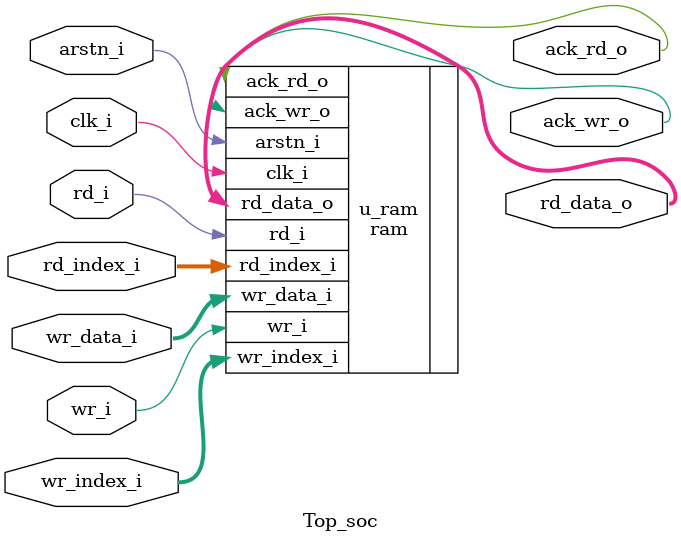
<source format=sv>
module Top_soc#(
  parameter WORD_WIDTH=4,
  parameter INDEX_WIDTH=4
) (
  input  logic                         clk_i,
  input  logic                         arstn_i,

  input  logic                         wr_i,
  output logic                         ack_wr_o,
  input  logic [WORD_WIDTH-1 : 0]      wr_data_i,
  input  logic [INDEX_WIDTH-1 : 0]     wr_index_i,

  input  logic                         rd_i,
  output logic                         ack_rd_o,
  output logic [WORD_WIDTH-1 : 0]      rd_data_o,
  input  logic [INDEX_WIDTH-1 : 0]     rd_index_i
);
  
  ram #(
  .WORD_WIDTH      (WORD_WIDTH),
  .INDEX_WIDTH     (INDEX_WIDTH)
  ) u_ram (
    .clk_i         (clk_i),
    .arstn_i       (arstn_i),

    .wr_i          (wr_i),
    .ack_wr_o      (ack_wr_o),
    .wr_data_i     (wr_data_i),
    .wr_index_i    (wr_index_i),

    .rd_i          (rd_i),
    .ack_rd_o      (ack_rd_o),
    .rd_data_o     (rd_data_o),
    .rd_index_i    (rd_index_i)
  );

endmodule

</source>
